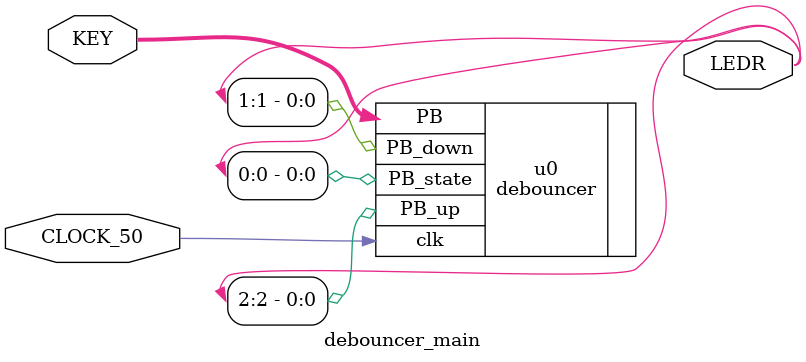
<source format=v>


`define ENABLE_CLOCK
`define ENABLE_KEY
`define ENABLE_LEDR

module debouncer_main(

      /* Enables CLOCK */
	`ifdef ENABLE_CLOCK
      input              CLOCK_50,
	`endif


      /* Enables KEY - 3.3V */
	`ifdef ENABLE_KEY
      input       [1:0]  KEY,
	`endif

      /* Enables LEDR - 3.3V */
	`ifdef ENABLE_LEDR
      output      [2:0]  LEDR
	`endif

);


//=======================================================
//  REG/WIRE declarations
//=======================================================

//=======================================================
//  Structural coding
//=======================================================

debouncer   u0(

      .clk(CLOCK_50),
      .PB(KEY),
      .PB_state(LEDR[0]),
      .PB_down(LEDR[1]),
      .PB_up(LEDR[2])

);


endmodule

</source>
